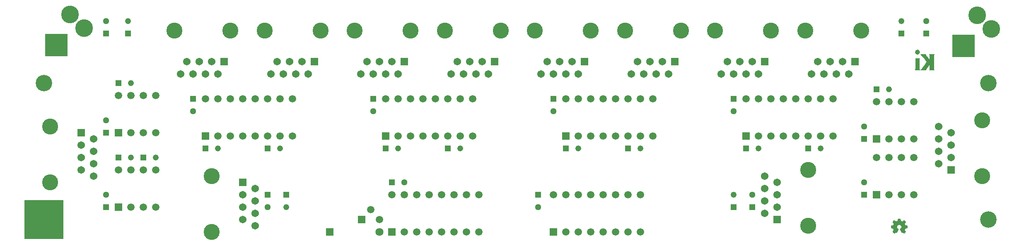
<source format=gbs>
%TF.GenerationSoftware,KiCad,Pcbnew,(5.0.0-rc2-83-gda392728d)*%
%TF.CreationDate,2018-06-05T23:32:54-04:00*%
%TF.ProjectId,I&O_Epander,49264F5F4570616E6465722E6B696361,1.0.2*%
%TF.SameCoordinates,Original*%
%TF.FileFunction,Soldermask,Bot*%
%TF.FilePolarity,Negative*%
%FSLAX46Y46*%
G04 Gerber Fmt 4.6, Leading zero omitted, Abs format (unit mm)*
G04 Created by KiCad (PCBNEW (5.0.0-rc2-83-gda392728d)) date 06/05/18 23:32:54*
%MOMM*%
%LPD*%
G01*
G04 APERTURE LIST*
%ADD10C,0.002540*%
%ADD11C,0.010000*%
%ADD12C,1.221600*%
%ADD13R,1.221600X1.221600*%
%ADD14C,1.501600*%
%ADD15R,1.501600X1.501600*%
%ADD16C,1.300480*%
%ADD17R,1.221740X1.221740*%
%ADD18C,1.511600*%
%ADD19R,1.511600X1.511600*%
%ADD20C,3.361600*%
%ADD21C,3.601600*%
%ADD22R,4.601600X4.601600*%
%ADD23C,3.271600*%
%ADD24C,1.541600*%
%ADD25R,1.541600X1.541600*%
%ADD26R,0.863600X0.863600*%
%ADD27R,8.041600X8.041600*%
%ADD28R,1.631600X1.631600*%
%ADD29C,1.631600*%
%ADD30R,1.209040X1.209040*%
%ADD31C,1.209040*%
G04 APERTURE END LIST*
D10*
%TO.C,G\002A\002A\002A*%
G36*
X218942920Y-137388600D02*
X218925140Y-137378440D01*
X218887040Y-137355580D01*
X218831160Y-137317480D01*
X218765120Y-137274300D01*
X218699080Y-137228580D01*
X218643200Y-137193020D01*
X218605100Y-137167620D01*
X218589860Y-137160000D01*
X218582240Y-137162540D01*
X218549220Y-137177780D01*
X218506040Y-137200640D01*
X218478100Y-137215880D01*
X218437460Y-137233660D01*
X218414600Y-137236200D01*
X218412060Y-137231120D01*
X218396820Y-137200640D01*
X218373960Y-137144760D01*
X218340940Y-137073640D01*
X218305380Y-136987280D01*
X218267280Y-136895840D01*
X218226640Y-136804400D01*
X218191080Y-136715500D01*
X218158060Y-136634220D01*
X218132660Y-136568180D01*
X218114880Y-136525000D01*
X218107260Y-136504680D01*
X218109800Y-136499600D01*
X218130120Y-136479280D01*
X218168220Y-136453880D01*
X218246960Y-136387840D01*
X218325700Y-136291320D01*
X218371420Y-136182100D01*
X218389200Y-136057640D01*
X218373960Y-135943340D01*
X218330780Y-135836660D01*
X218254580Y-135737600D01*
X218160600Y-135663940D01*
X218053920Y-135618220D01*
X217932000Y-135602980D01*
X217817700Y-135615680D01*
X217705940Y-135661400D01*
X217606880Y-135735060D01*
X217563700Y-135783320D01*
X217507820Y-135882380D01*
X217474800Y-135989060D01*
X217472260Y-136017000D01*
X217477340Y-136133840D01*
X217510360Y-136245600D01*
X217573860Y-136344660D01*
X217657680Y-136428480D01*
X217670380Y-136436100D01*
X217708480Y-136466580D01*
X217736420Y-136486900D01*
X217756740Y-136502140D01*
X217606880Y-136862820D01*
X217584020Y-136918700D01*
X217543380Y-137017760D01*
X217507820Y-137101580D01*
X217477340Y-137170160D01*
X217457020Y-137215880D01*
X217449400Y-137233660D01*
X217434160Y-137236200D01*
X217408760Y-137226040D01*
X217357960Y-137203180D01*
X217324940Y-137185400D01*
X217286840Y-137167620D01*
X217269060Y-137160000D01*
X217253820Y-137167620D01*
X217218260Y-137190480D01*
X217164920Y-137226040D01*
X217098880Y-137271760D01*
X217037920Y-137312400D01*
X216982040Y-137350500D01*
X216941400Y-137375900D01*
X216921080Y-137386060D01*
X216918540Y-137386060D01*
X216900760Y-137375900D01*
X216867740Y-137350500D01*
X216819480Y-137304780D01*
X216750900Y-137236200D01*
X216740740Y-137223500D01*
X216682320Y-137167620D01*
X216636600Y-137119360D01*
X216606120Y-137083800D01*
X216593420Y-137068560D01*
X216603580Y-137048240D01*
X216631520Y-137007600D01*
X216667080Y-136949180D01*
X216712800Y-136883140D01*
X216832180Y-136710420D01*
X216766140Y-136547860D01*
X216745820Y-136497060D01*
X216720420Y-136436100D01*
X216702640Y-136392920D01*
X216692480Y-136375140D01*
X216674700Y-136367520D01*
X216631520Y-136357360D01*
X216565480Y-136344660D01*
X216489280Y-136329420D01*
X216415620Y-136316720D01*
X216349580Y-136304020D01*
X216301320Y-136293860D01*
X216278460Y-136291320D01*
X216273380Y-136286240D01*
X216268300Y-136276080D01*
X216265760Y-136253220D01*
X216265760Y-136212580D01*
X216263220Y-136149080D01*
X216263220Y-136057640D01*
X216263220Y-136047480D01*
X216265760Y-135961120D01*
X216265760Y-135890000D01*
X216268300Y-135846820D01*
X216270840Y-135829040D01*
X216293700Y-135823960D01*
X216339420Y-135813800D01*
X216405460Y-135801100D01*
X216484200Y-135785860D01*
X216489280Y-135783320D01*
X216568020Y-135768080D01*
X216636600Y-135755380D01*
X216682320Y-135745220D01*
X216700100Y-135737600D01*
X216705180Y-135732520D01*
X216720420Y-135702040D01*
X216743280Y-135653780D01*
X216771220Y-135592820D01*
X216796620Y-135531860D01*
X216816940Y-135475980D01*
X216832180Y-135432800D01*
X216837260Y-135415020D01*
X216824560Y-135394700D01*
X216799160Y-135354060D01*
X216761060Y-135298180D01*
X216712800Y-135229600D01*
X216710260Y-135224520D01*
X216664540Y-135158480D01*
X216628980Y-135102600D01*
X216603580Y-135061960D01*
X216593420Y-135044180D01*
X216595960Y-135041640D01*
X216608660Y-135023860D01*
X216644220Y-134985760D01*
X216692480Y-134934960D01*
X216750900Y-134874000D01*
X216768680Y-134856220D01*
X216834720Y-134792720D01*
X216880440Y-134752080D01*
X216908380Y-134729220D01*
X216921080Y-134724140D01*
X216941400Y-134736840D01*
X216984580Y-134764780D01*
X217040460Y-134802880D01*
X217109040Y-134848600D01*
X217114120Y-134853680D01*
X217180160Y-134899400D01*
X217236040Y-134934960D01*
X217274140Y-134962900D01*
X217291920Y-134973060D01*
X217294460Y-134973060D01*
X217322400Y-134965440D01*
X217370660Y-134947660D01*
X217429080Y-134924800D01*
X217490040Y-134899400D01*
X217545920Y-134876540D01*
X217589100Y-134858760D01*
X217606880Y-134846060D01*
X217609420Y-134846060D01*
X217614500Y-134820660D01*
X217627200Y-134772400D01*
X217642440Y-134703820D01*
X217657680Y-134620000D01*
X217660220Y-134607300D01*
X217675460Y-134528560D01*
X217688160Y-134462520D01*
X217695780Y-134416800D01*
X217700860Y-134399020D01*
X217713560Y-134396480D01*
X217751660Y-134393940D01*
X217810080Y-134391400D01*
X217881200Y-134391400D01*
X217957400Y-134391400D01*
X218031060Y-134393940D01*
X218092020Y-134393940D01*
X218137740Y-134399020D01*
X218158060Y-134401560D01*
X218158060Y-134404100D01*
X218165680Y-134426960D01*
X218175840Y-134477760D01*
X218188540Y-134546340D01*
X218206320Y-134627620D01*
X218208860Y-134642860D01*
X218224100Y-134721600D01*
X218236800Y-134787640D01*
X218246960Y-134833360D01*
X218252040Y-134851140D01*
X218257120Y-134853680D01*
X218290140Y-134868920D01*
X218343480Y-134889240D01*
X218409520Y-134917180D01*
X218561920Y-134978140D01*
X218749880Y-134851140D01*
X218767660Y-134838440D01*
X218833700Y-134792720D01*
X218889580Y-134754620D01*
X218927680Y-134731760D01*
X218945460Y-134721600D01*
X218965780Y-134739380D01*
X219001340Y-134772400D01*
X219052140Y-134823200D01*
X219110560Y-134881620D01*
X219156280Y-134924800D01*
X219207080Y-134978140D01*
X219240100Y-135013700D01*
X219257880Y-135036560D01*
X219262960Y-135049260D01*
X219262960Y-135059420D01*
X219250260Y-135077200D01*
X219222320Y-135120380D01*
X219184220Y-135176260D01*
X219138500Y-135242300D01*
X219100400Y-135298180D01*
X219059760Y-135361680D01*
X219034360Y-135404860D01*
X219024200Y-135427720D01*
X219026740Y-135437880D01*
X219039440Y-135473440D01*
X219062300Y-135529320D01*
X219090240Y-135595360D01*
X219156280Y-135742680D01*
X219252800Y-135763000D01*
X219311220Y-135773160D01*
X219395040Y-135788400D01*
X219473780Y-135803640D01*
X219595700Y-135829040D01*
X219600780Y-136278620D01*
X219580460Y-136286240D01*
X219562680Y-136291320D01*
X219516960Y-136301480D01*
X219453460Y-136314180D01*
X219374720Y-136329420D01*
X219311220Y-136342120D01*
X219245180Y-136354820D01*
X219196920Y-136362440D01*
X219176600Y-136367520D01*
X219171520Y-136375140D01*
X219153740Y-136405620D01*
X219130880Y-136456420D01*
X219105480Y-136517380D01*
X219077540Y-136580880D01*
X219054680Y-136639300D01*
X219039440Y-136685020D01*
X219031820Y-136707880D01*
X219041980Y-136725660D01*
X219067380Y-136763760D01*
X219102940Y-136819640D01*
X219148660Y-136885680D01*
X219191840Y-136949180D01*
X219229940Y-137007600D01*
X219255340Y-137045700D01*
X219268040Y-137066020D01*
X219262960Y-137078720D01*
X219235020Y-137109200D01*
X219186760Y-137160000D01*
X219113100Y-137233660D01*
X219100400Y-137243820D01*
X219041980Y-137302240D01*
X218993720Y-137347960D01*
X218958160Y-137378440D01*
X218942920Y-137388600D01*
X218942920Y-137388600D01*
G37*
X218942920Y-137388600D02*
X218925140Y-137378440D01*
X218887040Y-137355580D01*
X218831160Y-137317480D01*
X218765120Y-137274300D01*
X218699080Y-137228580D01*
X218643200Y-137193020D01*
X218605100Y-137167620D01*
X218589860Y-137160000D01*
X218582240Y-137162540D01*
X218549220Y-137177780D01*
X218506040Y-137200640D01*
X218478100Y-137215880D01*
X218437460Y-137233660D01*
X218414600Y-137236200D01*
X218412060Y-137231120D01*
X218396820Y-137200640D01*
X218373960Y-137144760D01*
X218340940Y-137073640D01*
X218305380Y-136987280D01*
X218267280Y-136895840D01*
X218226640Y-136804400D01*
X218191080Y-136715500D01*
X218158060Y-136634220D01*
X218132660Y-136568180D01*
X218114880Y-136525000D01*
X218107260Y-136504680D01*
X218109800Y-136499600D01*
X218130120Y-136479280D01*
X218168220Y-136453880D01*
X218246960Y-136387840D01*
X218325700Y-136291320D01*
X218371420Y-136182100D01*
X218389200Y-136057640D01*
X218373960Y-135943340D01*
X218330780Y-135836660D01*
X218254580Y-135737600D01*
X218160600Y-135663940D01*
X218053920Y-135618220D01*
X217932000Y-135602980D01*
X217817700Y-135615680D01*
X217705940Y-135661400D01*
X217606880Y-135735060D01*
X217563700Y-135783320D01*
X217507820Y-135882380D01*
X217474800Y-135989060D01*
X217472260Y-136017000D01*
X217477340Y-136133840D01*
X217510360Y-136245600D01*
X217573860Y-136344660D01*
X217657680Y-136428480D01*
X217670380Y-136436100D01*
X217708480Y-136466580D01*
X217736420Y-136486900D01*
X217756740Y-136502140D01*
X217606880Y-136862820D01*
X217584020Y-136918700D01*
X217543380Y-137017760D01*
X217507820Y-137101580D01*
X217477340Y-137170160D01*
X217457020Y-137215880D01*
X217449400Y-137233660D01*
X217434160Y-137236200D01*
X217408760Y-137226040D01*
X217357960Y-137203180D01*
X217324940Y-137185400D01*
X217286840Y-137167620D01*
X217269060Y-137160000D01*
X217253820Y-137167620D01*
X217218260Y-137190480D01*
X217164920Y-137226040D01*
X217098880Y-137271760D01*
X217037920Y-137312400D01*
X216982040Y-137350500D01*
X216941400Y-137375900D01*
X216921080Y-137386060D01*
X216918540Y-137386060D01*
X216900760Y-137375900D01*
X216867740Y-137350500D01*
X216819480Y-137304780D01*
X216750900Y-137236200D01*
X216740740Y-137223500D01*
X216682320Y-137167620D01*
X216636600Y-137119360D01*
X216606120Y-137083800D01*
X216593420Y-137068560D01*
X216603580Y-137048240D01*
X216631520Y-137007600D01*
X216667080Y-136949180D01*
X216712800Y-136883140D01*
X216832180Y-136710420D01*
X216766140Y-136547860D01*
X216745820Y-136497060D01*
X216720420Y-136436100D01*
X216702640Y-136392920D01*
X216692480Y-136375140D01*
X216674700Y-136367520D01*
X216631520Y-136357360D01*
X216565480Y-136344660D01*
X216489280Y-136329420D01*
X216415620Y-136316720D01*
X216349580Y-136304020D01*
X216301320Y-136293860D01*
X216278460Y-136291320D01*
X216273380Y-136286240D01*
X216268300Y-136276080D01*
X216265760Y-136253220D01*
X216265760Y-136212580D01*
X216263220Y-136149080D01*
X216263220Y-136057640D01*
X216263220Y-136047480D01*
X216265760Y-135961120D01*
X216265760Y-135890000D01*
X216268300Y-135846820D01*
X216270840Y-135829040D01*
X216293700Y-135823960D01*
X216339420Y-135813800D01*
X216405460Y-135801100D01*
X216484200Y-135785860D01*
X216489280Y-135783320D01*
X216568020Y-135768080D01*
X216636600Y-135755380D01*
X216682320Y-135745220D01*
X216700100Y-135737600D01*
X216705180Y-135732520D01*
X216720420Y-135702040D01*
X216743280Y-135653780D01*
X216771220Y-135592820D01*
X216796620Y-135531860D01*
X216816940Y-135475980D01*
X216832180Y-135432800D01*
X216837260Y-135415020D01*
X216824560Y-135394700D01*
X216799160Y-135354060D01*
X216761060Y-135298180D01*
X216712800Y-135229600D01*
X216710260Y-135224520D01*
X216664540Y-135158480D01*
X216628980Y-135102600D01*
X216603580Y-135061960D01*
X216593420Y-135044180D01*
X216595960Y-135041640D01*
X216608660Y-135023860D01*
X216644220Y-134985760D01*
X216692480Y-134934960D01*
X216750900Y-134874000D01*
X216768680Y-134856220D01*
X216834720Y-134792720D01*
X216880440Y-134752080D01*
X216908380Y-134729220D01*
X216921080Y-134724140D01*
X216941400Y-134736840D01*
X216984580Y-134764780D01*
X217040460Y-134802880D01*
X217109040Y-134848600D01*
X217114120Y-134853680D01*
X217180160Y-134899400D01*
X217236040Y-134934960D01*
X217274140Y-134962900D01*
X217291920Y-134973060D01*
X217294460Y-134973060D01*
X217322400Y-134965440D01*
X217370660Y-134947660D01*
X217429080Y-134924800D01*
X217490040Y-134899400D01*
X217545920Y-134876540D01*
X217589100Y-134858760D01*
X217606880Y-134846060D01*
X217609420Y-134846060D01*
X217614500Y-134820660D01*
X217627200Y-134772400D01*
X217642440Y-134703820D01*
X217657680Y-134620000D01*
X217660220Y-134607300D01*
X217675460Y-134528560D01*
X217688160Y-134462520D01*
X217695780Y-134416800D01*
X217700860Y-134399020D01*
X217713560Y-134396480D01*
X217751660Y-134393940D01*
X217810080Y-134391400D01*
X217881200Y-134391400D01*
X217957400Y-134391400D01*
X218031060Y-134393940D01*
X218092020Y-134393940D01*
X218137740Y-134399020D01*
X218158060Y-134401560D01*
X218158060Y-134404100D01*
X218165680Y-134426960D01*
X218175840Y-134477760D01*
X218188540Y-134546340D01*
X218206320Y-134627620D01*
X218208860Y-134642860D01*
X218224100Y-134721600D01*
X218236800Y-134787640D01*
X218246960Y-134833360D01*
X218252040Y-134851140D01*
X218257120Y-134853680D01*
X218290140Y-134868920D01*
X218343480Y-134889240D01*
X218409520Y-134917180D01*
X218561920Y-134978140D01*
X218749880Y-134851140D01*
X218767660Y-134838440D01*
X218833700Y-134792720D01*
X218889580Y-134754620D01*
X218927680Y-134731760D01*
X218945460Y-134721600D01*
X218965780Y-134739380D01*
X219001340Y-134772400D01*
X219052140Y-134823200D01*
X219110560Y-134881620D01*
X219156280Y-134924800D01*
X219207080Y-134978140D01*
X219240100Y-135013700D01*
X219257880Y-135036560D01*
X219262960Y-135049260D01*
X219262960Y-135059420D01*
X219250260Y-135077200D01*
X219222320Y-135120380D01*
X219184220Y-135176260D01*
X219138500Y-135242300D01*
X219100400Y-135298180D01*
X219059760Y-135361680D01*
X219034360Y-135404860D01*
X219024200Y-135427720D01*
X219026740Y-135437880D01*
X219039440Y-135473440D01*
X219062300Y-135529320D01*
X219090240Y-135595360D01*
X219156280Y-135742680D01*
X219252800Y-135763000D01*
X219311220Y-135773160D01*
X219395040Y-135788400D01*
X219473780Y-135803640D01*
X219595700Y-135829040D01*
X219600780Y-136278620D01*
X219580460Y-136286240D01*
X219562680Y-136291320D01*
X219516960Y-136301480D01*
X219453460Y-136314180D01*
X219374720Y-136329420D01*
X219311220Y-136342120D01*
X219245180Y-136354820D01*
X219196920Y-136362440D01*
X219176600Y-136367520D01*
X219171520Y-136375140D01*
X219153740Y-136405620D01*
X219130880Y-136456420D01*
X219105480Y-136517380D01*
X219077540Y-136580880D01*
X219054680Y-136639300D01*
X219039440Y-136685020D01*
X219031820Y-136707880D01*
X219041980Y-136725660D01*
X219067380Y-136763760D01*
X219102940Y-136819640D01*
X219148660Y-136885680D01*
X219191840Y-136949180D01*
X219229940Y-137007600D01*
X219255340Y-137045700D01*
X219268040Y-137066020D01*
X219262960Y-137078720D01*
X219235020Y-137109200D01*
X219186760Y-137160000D01*
X219113100Y-137233660D01*
X219100400Y-137243820D01*
X219041980Y-137302240D01*
X218993720Y-137347960D01*
X218958160Y-137378440D01*
X218942920Y-137388600D01*
D11*
%TO.C,REF\002A\002A*%
G36*
X222842253Y-100736400D02*
X222296941Y-100736400D01*
X222495721Y-100937787D01*
X222825429Y-101300691D01*
X223039849Y-101574815D01*
X223118297Y-101678400D01*
X223212856Y-101798529D01*
X223312950Y-101922202D01*
X223408002Y-102036419D01*
X223487434Y-102128181D01*
X223512532Y-102155760D01*
X223593964Y-102243212D01*
X223524006Y-102334356D01*
X223388564Y-102523604D01*
X223301022Y-102663050D01*
X223246152Y-102745286D01*
X223184876Y-102824612D01*
X223179727Y-102830607D01*
X223110778Y-102913581D01*
X223030253Y-103016137D01*
X222947058Y-103126288D01*
X222870098Y-103232047D01*
X222808281Y-103321425D01*
X222772624Y-103378547D01*
X222737543Y-103431596D01*
X222679014Y-103510062D01*
X222607180Y-103601252D01*
X222532185Y-103692472D01*
X222464172Y-103771032D01*
X222427800Y-103810020D01*
X222403911Y-103836081D01*
X222361637Y-103883406D01*
X222353523Y-103892570D01*
X222291945Y-103962200D01*
X223418400Y-103962200D01*
X223418400Y-103883923D01*
X223435163Y-103807395D01*
X223482393Y-103702149D01*
X223555507Y-103576239D01*
X223649919Y-103437716D01*
X223737458Y-103323533D01*
X223808732Y-103231313D01*
X223874053Y-103140269D01*
X223921223Y-103067535D01*
X223927329Y-103056833D01*
X223967371Y-102990434D01*
X224002658Y-102942284D01*
X224011301Y-102933500D01*
X224045862Y-102894816D01*
X224086085Y-102838250D01*
X224123774Y-102790093D01*
X224154285Y-102768487D01*
X224155586Y-102768400D01*
X224164462Y-102793091D01*
X224171582Y-102864381D01*
X224176736Y-102978092D01*
X224179717Y-103130044D01*
X224180400Y-103264961D01*
X224179716Y-103444263D01*
X224177305Y-103580270D01*
X224172625Y-103680475D01*
X224165137Y-103752369D01*
X224154302Y-103803443D01*
X224139579Y-103841188D01*
X224138756Y-103842811D01*
X224103283Y-103902491D01*
X224071777Y-103940618D01*
X224068906Y-103942761D01*
X224084403Y-103948323D01*
X224143753Y-103953262D01*
X224240014Y-103957312D01*
X224366241Y-103960207D01*
X224515489Y-103961682D01*
X224567206Y-103961811D01*
X225093711Y-103962200D01*
X225064032Y-103892350D01*
X225035859Y-103833758D01*
X225013776Y-103798370D01*
X225009943Y-103769142D01*
X225006343Y-103693781D01*
X225003041Y-103576951D01*
X225000104Y-103423317D01*
X224997601Y-103237546D01*
X224995596Y-103024302D01*
X224994158Y-102788251D01*
X224993353Y-102534059D01*
X224993201Y-102362290D01*
X224993259Y-102058311D01*
X224993530Y-101800912D01*
X224994154Y-101585874D01*
X224995274Y-101408978D01*
X224997031Y-101266004D01*
X224999567Y-101152733D01*
X225003024Y-101064945D01*
X225007543Y-100998421D01*
X225013267Y-100948941D01*
X225020338Y-100912286D01*
X225028896Y-100884237D01*
X225039084Y-100860574D01*
X225044001Y-100850699D01*
X225074756Y-100788869D01*
X225092810Y-100749660D01*
X225094801Y-100743729D01*
X225070665Y-100741507D01*
X225003312Y-100739556D01*
X224900328Y-100737984D01*
X224769294Y-100736901D01*
X224617795Y-100736415D01*
X224584083Y-100736400D01*
X224410940Y-100736664D01*
X224282371Y-100737831D01*
X224192154Y-100740464D01*
X224134063Y-100745123D01*
X224101876Y-100752372D01*
X224089368Y-100762772D01*
X224090314Y-100776885D01*
X224091836Y-100780850D01*
X224125195Y-100869673D01*
X224149261Y-100958181D01*
X224165420Y-101057141D01*
X224175058Y-101177321D01*
X224179560Y-101329488D01*
X224180400Y-101469088D01*
X224180401Y-101888904D01*
X224104201Y-101815900D01*
X224056587Y-101765557D01*
X224030006Y-101728278D01*
X224028000Y-101721483D01*
X224012863Y-101695550D01*
X223973372Y-101642128D01*
X223918412Y-101572145D01*
X223856868Y-101496529D01*
X223797623Y-101426209D01*
X223749561Y-101372114D01*
X223722761Y-101346000D01*
X223700439Y-101318734D01*
X223662064Y-101262630D01*
X223634198Y-101219000D01*
X223575995Y-101131298D01*
X223513049Y-101044698D01*
X223490701Y-101016362D01*
X223445987Y-100949736D01*
X223420592Y-100888643D01*
X223418400Y-100872390D01*
X223417878Y-100828677D01*
X223412209Y-100795502D01*
X223395238Y-100771412D01*
X223360811Y-100754955D01*
X223302774Y-100744677D01*
X223214972Y-100739127D01*
X223091250Y-100736851D01*
X222925455Y-100736396D01*
X222842253Y-100736400D01*
X222842253Y-100736400D01*
G37*
X222842253Y-100736400D02*
X222296941Y-100736400D01*
X222495721Y-100937787D01*
X222825429Y-101300691D01*
X223039849Y-101574815D01*
X223118297Y-101678400D01*
X223212856Y-101798529D01*
X223312950Y-101922202D01*
X223408002Y-102036419D01*
X223487434Y-102128181D01*
X223512532Y-102155760D01*
X223593964Y-102243212D01*
X223524006Y-102334356D01*
X223388564Y-102523604D01*
X223301022Y-102663050D01*
X223246152Y-102745286D01*
X223184876Y-102824612D01*
X223179727Y-102830607D01*
X223110778Y-102913581D01*
X223030253Y-103016137D01*
X222947058Y-103126288D01*
X222870098Y-103232047D01*
X222808281Y-103321425D01*
X222772624Y-103378547D01*
X222737543Y-103431596D01*
X222679014Y-103510062D01*
X222607180Y-103601252D01*
X222532185Y-103692472D01*
X222464172Y-103771032D01*
X222427800Y-103810020D01*
X222403911Y-103836081D01*
X222361637Y-103883406D01*
X222353523Y-103892570D01*
X222291945Y-103962200D01*
X223418400Y-103962200D01*
X223418400Y-103883923D01*
X223435163Y-103807395D01*
X223482393Y-103702149D01*
X223555507Y-103576239D01*
X223649919Y-103437716D01*
X223737458Y-103323533D01*
X223808732Y-103231313D01*
X223874053Y-103140269D01*
X223921223Y-103067535D01*
X223927329Y-103056833D01*
X223967371Y-102990434D01*
X224002658Y-102942284D01*
X224011301Y-102933500D01*
X224045862Y-102894816D01*
X224086085Y-102838250D01*
X224123774Y-102790093D01*
X224154285Y-102768487D01*
X224155586Y-102768400D01*
X224164462Y-102793091D01*
X224171582Y-102864381D01*
X224176736Y-102978092D01*
X224179717Y-103130044D01*
X224180400Y-103264961D01*
X224179716Y-103444263D01*
X224177305Y-103580270D01*
X224172625Y-103680475D01*
X224165137Y-103752369D01*
X224154302Y-103803443D01*
X224139579Y-103841188D01*
X224138756Y-103842811D01*
X224103283Y-103902491D01*
X224071777Y-103940618D01*
X224068906Y-103942761D01*
X224084403Y-103948323D01*
X224143753Y-103953262D01*
X224240014Y-103957312D01*
X224366241Y-103960207D01*
X224515489Y-103961682D01*
X224567206Y-103961811D01*
X225093711Y-103962200D01*
X225064032Y-103892350D01*
X225035859Y-103833758D01*
X225013776Y-103798370D01*
X225009943Y-103769142D01*
X225006343Y-103693781D01*
X225003041Y-103576951D01*
X225000104Y-103423317D01*
X224997601Y-103237546D01*
X224995596Y-103024302D01*
X224994158Y-102788251D01*
X224993353Y-102534059D01*
X224993201Y-102362290D01*
X224993259Y-102058311D01*
X224993530Y-101800912D01*
X224994154Y-101585874D01*
X224995274Y-101408978D01*
X224997031Y-101266004D01*
X224999567Y-101152733D01*
X225003024Y-101064945D01*
X225007543Y-100998421D01*
X225013267Y-100948941D01*
X225020338Y-100912286D01*
X225028896Y-100884237D01*
X225039084Y-100860574D01*
X225044001Y-100850699D01*
X225074756Y-100788869D01*
X225092810Y-100749660D01*
X225094801Y-100743729D01*
X225070665Y-100741507D01*
X225003312Y-100739556D01*
X224900328Y-100737984D01*
X224769294Y-100736901D01*
X224617795Y-100736415D01*
X224584083Y-100736400D01*
X224410940Y-100736664D01*
X224282371Y-100737831D01*
X224192154Y-100740464D01*
X224134063Y-100745123D01*
X224101876Y-100752372D01*
X224089368Y-100762772D01*
X224090314Y-100776885D01*
X224091836Y-100780850D01*
X224125195Y-100869673D01*
X224149261Y-100958181D01*
X224165420Y-101057141D01*
X224175058Y-101177321D01*
X224179560Y-101329488D01*
X224180400Y-101469088D01*
X224180401Y-101888904D01*
X224104201Y-101815900D01*
X224056587Y-101765557D01*
X224030006Y-101728278D01*
X224028000Y-101721483D01*
X224012863Y-101695550D01*
X223973372Y-101642128D01*
X223918412Y-101572145D01*
X223856868Y-101496529D01*
X223797623Y-101426209D01*
X223749561Y-101372114D01*
X223722761Y-101346000D01*
X223700439Y-101318734D01*
X223662064Y-101262630D01*
X223634198Y-101219000D01*
X223575995Y-101131298D01*
X223513049Y-101044698D01*
X223490701Y-101016362D01*
X223445987Y-100949736D01*
X223420592Y-100888643D01*
X223418400Y-100872390D01*
X223417878Y-100828677D01*
X223412209Y-100795502D01*
X223395238Y-100771412D01*
X223360811Y-100754955D01*
X223302774Y-100744677D01*
X223214972Y-100739127D01*
X223091250Y-100736851D01*
X222925455Y-100736396D01*
X222842253Y-100736400D01*
G36*
X221259400Y-102700045D02*
X221259179Y-102971528D01*
X221258417Y-103196618D01*
X221256974Y-103379721D01*
X221254706Y-103525240D01*
X221251469Y-103637583D01*
X221247122Y-103721155D01*
X221241520Y-103780359D01*
X221234522Y-103819603D01*
X221225984Y-103843292D01*
X221222108Y-103849395D01*
X221195822Y-103886943D01*
X221185109Y-103915085D01*
X221195290Y-103935174D01*
X221231688Y-103948563D01*
X221299624Y-103956605D01*
X221404422Y-103960653D01*
X221551402Y-103962060D01*
X221665800Y-103962200D01*
X221816082Y-103961515D01*
X221947273Y-103959608D01*
X222051573Y-103956702D01*
X222121181Y-103953017D01*
X222148295Y-103948776D01*
X222148400Y-103948488D01*
X222137845Y-103919454D01*
X222111274Y-103862509D01*
X222097600Y-103835200D01*
X222084734Y-103807760D01*
X222074241Y-103777394D01*
X222065880Y-103738920D01*
X222059409Y-103687155D01*
X222054589Y-103616918D01*
X222051178Y-103523027D01*
X222048935Y-103400301D01*
X222047619Y-103243559D01*
X222046990Y-103047617D01*
X222046805Y-102807296D01*
X222046800Y-102742750D01*
X222047053Y-102485269D01*
X222047929Y-102273749D01*
X222049604Y-102103351D01*
X222052252Y-101969238D01*
X222056050Y-101866571D01*
X222061173Y-101790513D01*
X222067797Y-101736226D01*
X222076097Y-101698872D01*
X222085553Y-101674938D01*
X222124305Y-101600000D01*
X221259400Y-101600000D01*
X221259400Y-102700045D01*
X221259400Y-102700045D01*
G37*
X221259400Y-102700045D02*
X221259179Y-102971528D01*
X221258417Y-103196618D01*
X221256974Y-103379721D01*
X221254706Y-103525240D01*
X221251469Y-103637583D01*
X221247122Y-103721155D01*
X221241520Y-103780359D01*
X221234522Y-103819603D01*
X221225984Y-103843292D01*
X221222108Y-103849395D01*
X221195822Y-103886943D01*
X221185109Y-103915085D01*
X221195290Y-103935174D01*
X221231688Y-103948563D01*
X221299624Y-103956605D01*
X221404422Y-103960653D01*
X221551402Y-103962060D01*
X221665800Y-103962200D01*
X221816082Y-103961515D01*
X221947273Y-103959608D01*
X222051573Y-103956702D01*
X222121181Y-103953017D01*
X222148295Y-103948776D01*
X222148400Y-103948488D01*
X222137845Y-103919454D01*
X222111274Y-103862509D01*
X222097600Y-103835200D01*
X222084734Y-103807760D01*
X222074241Y-103777394D01*
X222065880Y-103738920D01*
X222059409Y-103687155D01*
X222054589Y-103616918D01*
X222051178Y-103523027D01*
X222048935Y-103400301D01*
X222047619Y-103243559D01*
X222046990Y-103047617D01*
X222046805Y-102807296D01*
X222046800Y-102742750D01*
X222047053Y-102485269D01*
X222047929Y-102273749D01*
X222049604Y-102103351D01*
X222052252Y-101969238D01*
X222056050Y-101866571D01*
X222061173Y-101790513D01*
X222067797Y-101736226D01*
X222076097Y-101698872D01*
X222085553Y-101674938D01*
X222124305Y-101600000D01*
X221259400Y-101600000D01*
X221259400Y-102700045D01*
G36*
X221500059Y-99833960D02*
X221382455Y-99900395D01*
X221288977Y-100003045D01*
X221245188Y-100089124D01*
X221214578Y-100227614D01*
X221223679Y-100365591D01*
X221271027Y-100487084D01*
X221283412Y-100505850D01*
X221373851Y-100593408D01*
X221492729Y-100653553D01*
X221625667Y-100683418D01*
X221758287Y-100680134D01*
X221876210Y-100640832D01*
X221896994Y-100628244D01*
X221979263Y-100549394D01*
X222047086Y-100440770D01*
X222089253Y-100323295D01*
X222097600Y-100253799D01*
X222078326Y-100144575D01*
X222027810Y-100030110D01*
X221957018Y-99931158D01*
X221901358Y-99882295D01*
X221769139Y-99821876D01*
X221632163Y-99806776D01*
X221500059Y-99833960D01*
X221500059Y-99833960D01*
G37*
X221500059Y-99833960D02*
X221382455Y-99900395D01*
X221288977Y-100003045D01*
X221245188Y-100089124D01*
X221214578Y-100227614D01*
X221223679Y-100365591D01*
X221271027Y-100487084D01*
X221283412Y-100505850D01*
X221373851Y-100593408D01*
X221492729Y-100653553D01*
X221625667Y-100683418D01*
X221758287Y-100680134D01*
X221876210Y-100640832D01*
X221896994Y-100628244D01*
X221979263Y-100549394D01*
X222047086Y-100440770D01*
X222089253Y-100323295D01*
X222097600Y-100253799D01*
X222078326Y-100144575D01*
X222027810Y-100030110D01*
X221957018Y-99931158D01*
X221901358Y-99882295D01*
X221769139Y-99821876D01*
X221632163Y-99806776D01*
X221500059Y-99833960D01*
%TD*%
D12*
%TO.C,C11*%
X60325000Y-93980000D03*
D13*
X60325000Y-96520000D03*
%TD*%
D14*
%TO.C,U6*%
X186690000Y-109855000D03*
X189230000Y-109855000D03*
X191770000Y-109855000D03*
X194310000Y-109855000D03*
X196850000Y-109855000D03*
X199390000Y-109855000D03*
X201930000Y-109855000D03*
X204470000Y-109855000D03*
X204470000Y-117475000D03*
X201930000Y-117475000D03*
X199390000Y-117475000D03*
X196850000Y-117475000D03*
X194310000Y-117475000D03*
X191770000Y-117475000D03*
X189230000Y-117475000D03*
D15*
X186690000Y-117475000D03*
%TD*%
D14*
%TO.C,U5*%
X149860000Y-109855000D03*
X152400000Y-109855000D03*
X154940000Y-109855000D03*
X157480000Y-109855000D03*
X160020000Y-109855000D03*
X162560000Y-109855000D03*
X165100000Y-109855000D03*
X167640000Y-109855000D03*
X167640000Y-117475000D03*
X165100000Y-117475000D03*
X162560000Y-117475000D03*
X160020000Y-117475000D03*
X157480000Y-117475000D03*
X154940000Y-117475000D03*
X152400000Y-117475000D03*
D15*
X149860000Y-117475000D03*
%TD*%
D14*
%TO.C,U4*%
X113030000Y-109855000D03*
X115570000Y-109855000D03*
X118110000Y-109855000D03*
X120650000Y-109855000D03*
X123190000Y-109855000D03*
X125730000Y-109855000D03*
X128270000Y-109855000D03*
X130810000Y-109855000D03*
X130810000Y-117475000D03*
X128270000Y-117475000D03*
X125730000Y-117475000D03*
X123190000Y-117475000D03*
X120650000Y-117475000D03*
X118110000Y-117475000D03*
X115570000Y-117475000D03*
D15*
X113030000Y-117475000D03*
%TD*%
D14*
%TO.C,U3*%
X76200000Y-109855000D03*
X78740000Y-109855000D03*
X81280000Y-109855000D03*
X83820000Y-109855000D03*
X86360000Y-109855000D03*
X88900000Y-109855000D03*
X91440000Y-109855000D03*
X93980000Y-109855000D03*
X93980000Y-117475000D03*
X91440000Y-117475000D03*
X88900000Y-117475000D03*
X86360000Y-117475000D03*
X83820000Y-117475000D03*
X81280000Y-117475000D03*
X78740000Y-117475000D03*
D15*
X76200000Y-117475000D03*
%TD*%
D14*
%TO.C,U2*%
X114300000Y-129540000D03*
X116840000Y-129540000D03*
X119380000Y-129540000D03*
X121920000Y-129540000D03*
X124460000Y-129540000D03*
X127000000Y-129540000D03*
X129540000Y-129540000D03*
X132080000Y-129540000D03*
X132080000Y-137160000D03*
X129540000Y-137160000D03*
X127000000Y-137160000D03*
X124460000Y-137160000D03*
X121920000Y-137160000D03*
X119380000Y-137160000D03*
X116840000Y-137160000D03*
D15*
X114300000Y-137160000D03*
%TD*%
D14*
%TO.C,U1*%
X147320000Y-129540000D03*
X149860000Y-129540000D03*
X152400000Y-129540000D03*
X154940000Y-129540000D03*
X157480000Y-129540000D03*
X160020000Y-129540000D03*
X162560000Y-129540000D03*
X165100000Y-129540000D03*
X165100000Y-137160000D03*
X162560000Y-137160000D03*
X160020000Y-137160000D03*
X157480000Y-137160000D03*
X154940000Y-137160000D03*
X152400000Y-137160000D03*
X149860000Y-137160000D03*
D15*
X147320000Y-137160000D03*
%TD*%
D14*
%TO.C,U10*%
X213360000Y-110490000D03*
X215900000Y-110490000D03*
X218440000Y-110490000D03*
X220980000Y-110490000D03*
X220980000Y-118110000D03*
X218440000Y-118110000D03*
X215900000Y-118110000D03*
D15*
X213360000Y-118110000D03*
%TD*%
D14*
%TO.C,U9*%
X213360000Y-121920000D03*
X215900000Y-121920000D03*
X218440000Y-121920000D03*
X220980000Y-121920000D03*
X220980000Y-129540000D03*
X218440000Y-129540000D03*
X215900000Y-129540000D03*
D15*
X213360000Y-129540000D03*
%TD*%
D14*
%TO.C,U8*%
X58420000Y-109220000D03*
X60960000Y-109220000D03*
X63500000Y-109220000D03*
X66040000Y-109220000D03*
X66040000Y-116840000D03*
X63500000Y-116840000D03*
X60960000Y-116840000D03*
D15*
X58420000Y-116840000D03*
%TD*%
D14*
%TO.C,U7*%
X58420000Y-124460000D03*
X60960000Y-124460000D03*
X63500000Y-124460000D03*
X66040000Y-124460000D03*
X66040000Y-132080000D03*
X63500000Y-132080000D03*
X60960000Y-132080000D03*
D15*
X58420000Y-132080000D03*
%TD*%
D16*
%TO.C,C17*%
X187960000Y-129540000D03*
D17*
X187960000Y-132080000D03*
%TD*%
D16*
%TO.C,C15*%
X223520000Y-93980000D03*
D17*
X223520000Y-96520000D03*
%TD*%
D16*
%TO.C,C14*%
X88900000Y-132080000D03*
D17*
X88900000Y-129540000D03*
%TD*%
D16*
%TO.C,C12*%
X55880000Y-93980000D03*
D17*
X55880000Y-96520000D03*
%TD*%
D16*
%TO.C,C10*%
X210820000Y-115570000D03*
D17*
X210820000Y-118110000D03*
%TD*%
D16*
%TO.C,C9*%
X210820000Y-127000000D03*
D17*
X210820000Y-129540000D03*
%TD*%
D16*
%TO.C,C8*%
X55880000Y-114300000D03*
D17*
X55880000Y-116840000D03*
%TD*%
D16*
%TO.C,C7*%
X55880000Y-129540000D03*
D17*
X55880000Y-132080000D03*
%TD*%
D16*
%TO.C,C6*%
X184150000Y-112395000D03*
D17*
X184150000Y-109855000D03*
%TD*%
D16*
%TO.C,C5*%
X147320000Y-112395000D03*
D17*
X147320000Y-109855000D03*
%TD*%
D16*
%TO.C,C4*%
X110490000Y-112395000D03*
D17*
X110490000Y-109855000D03*
%TD*%
D16*
%TO.C,C3*%
X73660000Y-112395000D03*
D17*
X73660000Y-109855000D03*
%TD*%
D16*
%TO.C,C2*%
X116840000Y-127000000D03*
D17*
X114300000Y-127000000D03*
%TD*%
D16*
%TO.C,C1*%
X144145000Y-132080000D03*
D17*
X144145000Y-129540000D03*
%TD*%
D12*
%TO.C,C18*%
X184150000Y-129540000D03*
D13*
X184150000Y-132080000D03*
%TD*%
D12*
%TO.C,C16*%
X218440000Y-93980000D03*
D13*
X218440000Y-96520000D03*
%TD*%
D12*
%TO.C,C13*%
X92710000Y-132080000D03*
D13*
X92710000Y-129540000D03*
%TD*%
D18*
%TO.C,Q1*%
X111760000Y-134620000D03*
X109918500Y-132549750D03*
D19*
X108077000Y-134620000D03*
%TD*%
D20*
%TO.C,MH2*%
X236220000Y-134620000D03*
%TD*%
%TO.C,MH3*%
X236220000Y-106680000D03*
%TD*%
%TO.C,MH4*%
X43180000Y-106680000D03*
%TD*%
D21*
%TO.C,J12*%
X233940000Y-92760000D03*
X236740000Y-95560000D03*
D22*
X231140000Y-99060000D03*
%TD*%
D21*
%TO.C,J9*%
X48520000Y-92580000D03*
X51320000Y-95380000D03*
D22*
X45720000Y-98880000D03*
%TD*%
D23*
%TO.C,J3*%
X118105000Y-95885000D03*
X106675000Y-95885000D03*
D24*
X107950000Y-104775000D03*
X109220000Y-102235000D03*
X110490000Y-104775000D03*
X111760000Y-102235000D03*
X113030000Y-104775000D03*
X114300000Y-102235000D03*
X115570000Y-104775000D03*
D25*
X116840000Y-102235000D03*
%TD*%
D23*
%TO.C,J8*%
X210180000Y-95885000D03*
X198750000Y-95885000D03*
D24*
X200025000Y-104775000D03*
X201295000Y-102235000D03*
X202565000Y-104775000D03*
X203835000Y-102235000D03*
X205105000Y-104775000D03*
X206375000Y-102235000D03*
X207645000Y-104775000D03*
D25*
X208915000Y-102235000D03*
%TD*%
D23*
%TO.C,J14*%
X234950000Y-125725000D03*
X234950000Y-114295000D03*
D24*
X226060000Y-115570000D03*
X228600000Y-116840000D03*
X226060000Y-118110000D03*
X228600000Y-119380000D03*
X226060000Y-120650000D03*
X228600000Y-121920000D03*
X226060000Y-123190000D03*
D25*
X228600000Y-124460000D03*
%TD*%
D23*
%TO.C,J13*%
X199390000Y-135885000D03*
X199390000Y-124455000D03*
D24*
X190500000Y-125730000D03*
X193040000Y-127000000D03*
X190500000Y-128270000D03*
X193040000Y-129540000D03*
X190500000Y-130810000D03*
X193040000Y-132080000D03*
X190500000Y-133350000D03*
D25*
X193040000Y-134620000D03*
%TD*%
D23*
%TO.C,J11*%
X44450000Y-115575000D03*
X44450000Y-127005000D03*
D24*
X53340000Y-125730000D03*
X50800000Y-124460000D03*
X53340000Y-123190000D03*
X50800000Y-121920000D03*
X53340000Y-120650000D03*
X50800000Y-119380000D03*
X53340000Y-118110000D03*
D25*
X50800000Y-116840000D03*
%TD*%
D23*
%TO.C,J10*%
X77470000Y-125735000D03*
X77470000Y-137165000D03*
D24*
X86360000Y-135890000D03*
X83820000Y-134620000D03*
X86360000Y-133350000D03*
X83820000Y-132080000D03*
X86360000Y-130810000D03*
X83820000Y-129540000D03*
X86360000Y-128270000D03*
D25*
X83820000Y-127000000D03*
%TD*%
D23*
%TO.C,J7*%
X191765000Y-95885000D03*
X180335000Y-95885000D03*
D24*
X181610000Y-104775000D03*
X182880000Y-102235000D03*
X184150000Y-104775000D03*
X185420000Y-102235000D03*
X186690000Y-104775000D03*
X187960000Y-102235000D03*
X189230000Y-104775000D03*
D25*
X190500000Y-102235000D03*
%TD*%
D23*
%TO.C,J6*%
X173350000Y-95885000D03*
X161920000Y-95885000D03*
D24*
X163195000Y-104775000D03*
X164465000Y-102235000D03*
X165735000Y-104775000D03*
X167005000Y-102235000D03*
X168275000Y-104775000D03*
X169545000Y-102235000D03*
X170815000Y-104775000D03*
D25*
X172085000Y-102235000D03*
%TD*%
D23*
%TO.C,J5*%
X154935000Y-95885000D03*
X143505000Y-95885000D03*
D24*
X144780000Y-104775000D03*
X146050000Y-102235000D03*
X147320000Y-104775000D03*
X148590000Y-102235000D03*
X149860000Y-104775000D03*
X151130000Y-102235000D03*
X152400000Y-104775000D03*
D25*
X153670000Y-102235000D03*
%TD*%
D23*
%TO.C,J4*%
X136520000Y-95885000D03*
X125090000Y-95885000D03*
D24*
X126365000Y-104775000D03*
X127635000Y-102235000D03*
X128905000Y-104775000D03*
X130175000Y-102235000D03*
X131445000Y-104775000D03*
X132715000Y-102235000D03*
X133985000Y-104775000D03*
D25*
X135255000Y-102235000D03*
%TD*%
D23*
%TO.C,J2*%
X99690000Y-95885000D03*
X88260000Y-95885000D03*
D24*
X89535000Y-104775000D03*
X90805000Y-102235000D03*
X92075000Y-104775000D03*
X93345000Y-102235000D03*
X94615000Y-104775000D03*
X95885000Y-102235000D03*
X97155000Y-104775000D03*
D25*
X98425000Y-102235000D03*
%TD*%
D23*
%TO.C,J1*%
X81275000Y-95885000D03*
X69845000Y-95885000D03*
D24*
X71120000Y-104775000D03*
X72390000Y-102235000D03*
X73660000Y-104775000D03*
X74930000Y-102235000D03*
X76200000Y-104775000D03*
X77470000Y-102235000D03*
X78740000Y-104775000D03*
D25*
X80010000Y-102235000D03*
%TD*%
D26*
%TO.C,MH1*%
X39624000Y-138176000D03*
X39624000Y-134620000D03*
X39624000Y-131064000D03*
X43180000Y-131064000D03*
X46736000Y-131064000D03*
X46736000Y-134620000D03*
X46736000Y-138176000D03*
X43180000Y-138176000D03*
D27*
X43180000Y-134620000D03*
%TD*%
D28*
%TO.C,R1*%
X101600000Y-137160000D03*
D29*
X111760000Y-137160000D03*
%TD*%
D30*
%TO.C,R2*%
X58420000Y-121920000D03*
D31*
X60960000Y-121920000D03*
%TD*%
D30*
%TO.C,R3*%
X58420000Y-106680000D03*
D31*
X60960000Y-106680000D03*
%TD*%
D30*
%TO.C,R4*%
X63500000Y-121920000D03*
D31*
X66040000Y-121920000D03*
%TD*%
D30*
%TO.C,R5*%
X213360000Y-107950000D03*
D31*
X215900000Y-107950000D03*
%TD*%
D30*
%TO.C,R6*%
X76200000Y-120015000D03*
D31*
X78740000Y-120015000D03*
%TD*%
D30*
%TO.C,R7*%
X88900000Y-120015000D03*
D31*
X91440000Y-120015000D03*
%TD*%
D30*
%TO.C,R8*%
X113030000Y-120015000D03*
D31*
X115570000Y-120015000D03*
%TD*%
D30*
%TO.C,R9*%
X125730000Y-120015000D03*
D31*
X128270000Y-120015000D03*
%TD*%
D30*
%TO.C,R10*%
X149860000Y-120015000D03*
D31*
X152400000Y-120015000D03*
%TD*%
D30*
%TO.C,R11*%
X162560000Y-120015000D03*
D31*
X165100000Y-120015000D03*
%TD*%
D30*
%TO.C,R12*%
X186690000Y-120015000D03*
D31*
X189230000Y-120015000D03*
%TD*%
D30*
%TO.C,R13*%
X199390000Y-120015000D03*
D31*
X201930000Y-120015000D03*
%TD*%
M02*

</source>
